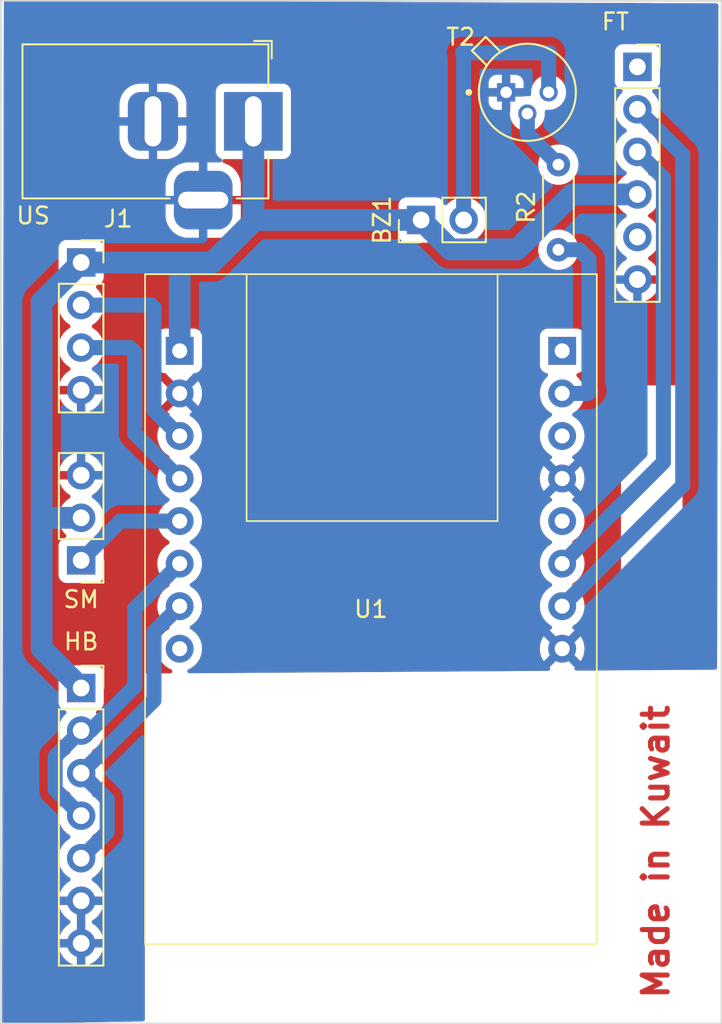
<source format=kicad_pcb>
(kicad_pcb (version 20221018) (generator pcbnew)
  (layers (0 "F.Cu" signal) (31 "B.Cu" signal) (34 "B.Paste" user) (35 "F.Paste" user) (36 "B.SilkS" user "B.Silkscreen") (37 "F.SilkS" user "F.Silkscreen") (38 "B.Mask" user) (39 "F.Mask" user) (44 "Edge.Cuts" user))
  (net 0 "")
  (net 1 "+5V")
  (net 2 "GND")
  (net 3 "Net-(U1-IO16)")
  (net 4 "Net-(U1-IO2)")
  (net 5 "Net-(U1-IO14)")
  (net 6 "Net-(U1-IO15)")
  (net 7 "Net-(U1-IO13)")
  (net 8 "Net-(U1-IO12)")
  (net 13 "Net-(J3-Pin_2)")
  (net 14 "Net-(BZ1-+)")
  (net 15 "Net-(Q1-Pad2)")
  (net 17 "Net-(J3-Pin_3)")
  (footprint "Resistor_THT:R_Axial_DIN0204_L3.6mm_D1.6mm_P5.08mm_Horizontal" (layer "F.Cu") (at 145.3642 55.118 90)
    (fp_text reference "R2" (at 2.54 -1.92 90) (layer "F.SilkS"))
    (fp_text value "1k")
    (fp_line (start 0.62 -0.92) (end 4.46 -0.92) (stroke (width 0.12)) (layer "F.SilkS"))
    (fp_line (start 0.62 0.92) (end 4.46 0.92) (stroke (width 0.12)) (layer "F.SilkS"))
    (pad "1" thru_hole circle (at 0 0 90) (size 1.4 1.4) (drill 0.7) (layers "*.Cu" "*.Mask") (net 3 "Net-(U1-IO16)"))
    (pad "2" thru_hole oval (at 5.08 0 90) (size 1.4 1.4) (drill 0.7) (layers "*.Cu" "*.Mask") (net 15 "Net-(Q1-Pad2)"))
  )
  (footprint "Connector_PinSocket_2.54mm:PinSocket_1x06_P2.54mm_Vertical" (layer "F.Cu") (at 150.0886 44.196)
    (fp_text reference "FT" (at -1.3208 -2.6924) (layer "F.SilkS"))
    (fp_text value "01x06Socket")
    (fp_line (start -1.33 1.27) (end -1.33 14.03) (stroke (width 0.12)) (layer "F.SilkS"))
    (fp_line (start -1.33 1.27) (end 1.33 1.27) (stroke (width 0.12)) (layer "F.SilkS"))
    (fp_line (start -1.33 14.03) (end 1.33 14.03) (stroke (width 0.12)) (layer "F.SilkS"))
    (fp_line (start 0 -1.33) (end 1.33 -1.33) (stroke (width 0.12)) (layer "F.SilkS"))
    (fp_line (start 1.33 -1.33) (end 1.33 0) (stroke (width 0.12)) (layer "F.SilkS"))
    (fp_line (start 1.33 1.27) (end 1.33 14.03) (stroke (width 0.12)) (layer "F.SilkS"))
    (pad "1" thru_hole rect (at 0 0) (size 1.7 1.7) (drill 1) (layers "*.Cu" "*.Mask"))
    (pad "2" thru_hole oval (at 0 2.54) (size 1.7 1.7) (drill 1) (layers "*.Cu" "*.Mask") (net 13 "Net-(J3-Pin_2)"))
    (pad "3" thru_hole oval (at 0 5.08) (size 1.7 1.7) (drill 1) (layers "*.Cu" "*.Mask") (net 17 "Net-(J3-Pin_3)"))
    (pad "4" thru_hole oval (at 0 7.62) (size 1.7 1.7) (drill 1) (layers "*.Cu" "*.Mask") (net 1 "+5V"))
    (pad "5" thru_hole oval (at 0 10.16) (size 1.7 1.7) (drill 1) (layers "*.Cu" "*.Mask"))
    (pad "6" thru_hole oval (at 0 12.7) (size 1.7 1.7) (drill 1) (layers "*.Cu" "*.Mask") (net 2 "GND"))
  )
  (footprint "Connector_BarrelJack:BarrelJack_Horizontal" (layer "F.Cu") (at 127.1326 47.4549)
    (fp_text reference "J1" (at -8.0828 5.8166) (layer "F.SilkS"))
    (fp_text value "Barrel_Jack_Switch")
    (fp_line (start -13.8 -4.6) (end 0.9 -4.6) (stroke (width 0.12)) (layer "F.SilkS"))
    (fp_line (start -13.8 4.6) (end -13.8 -4.6) (stroke (width 0.12)) (layer "F.SilkS"))
    (fp_line (start -5 4.6) (end -13.8 4.6) (stroke (width 0.12)) (layer "F.SilkS"))
    (fp_line (start 0.05 -4.8) (end 1.1 -4.8) (stroke (width 0.12)) (layer "F.SilkS"))
    (fp_line (start 0.9 -4.6) (end 0.9 -2) (stroke (width 0.12)) (layer "F.SilkS"))
    (fp_line (start 0.9 1.9) (end 0.9 4.6) (stroke (width 0.12)) (layer "F.SilkS"))
    (fp_line (start 0.9 4.6) (end -1 4.6) (stroke (width 0.12)) (layer "F.SilkS"))
    (fp_line (start 1.1 -3.75) (end 1.1 -4.8) (stroke (width 0.12)) (layer "F.SilkS"))
    (pad "1" thru_hole rect (at 0 0) (size 3.5 3.5) (drill oval 1 3) (layers "*.Cu" "*.Mask") (net 1 "+5V"))
    (pad "2" thru_hole roundrect (at -6 0) (size 3 3.5) (drill oval 1 3) (layers "*.Cu" "*.Mask") (net 2 "GND"))
    (pad "3" thru_hole roundrect (at -3 4.7) (size 3.5 3.5) (drill oval 3 1) (layers "*.Cu" "*.Mask") (net 2 "GND"))
  )
  (footprint "FOOTPRINTS:TO127P580H530-3" (layer "F.Cu") (at 143.51 45.72)
    (fp_text reference "T2" (at -3.985 -3.305) (layer "F.SilkS"))
    (fp_text value "2N2222")
    (fp_line (start -3.30926 -2.48902) (end -2.48902 -3.30926) (stroke (width 0.127)) (layer "F.SilkS"))
    (fp_line (start -2.48902 -3.30926) (end -1.59905 -2.41929) (stroke (width 0.127)) (layer "F.SilkS"))
    (fp_line (start -2.41929 -1.59905) (end -3.30926 -2.48902) (stroke (width 0.127)) (layer "F.SilkS"))
    (fp_circle (center -3.5 0) (end -3.4 0) (stroke (width 0.2)) (fill none) (layer "F.SilkS"))
    (fp_circle (center 0 0) (end 2.9 0) (stroke (width 0.127)) (fill none) (layer "F.SilkS"))
    (pad "1" thru_hole rect (at -1.27 0) (size 1.09 1.09) (drill 0.69) (layers "*.Cu" "*.Mask") (net 2 "GND"))
    (pad "2" thru_hole circle (at 0 1.27) (size 1.09 1.09) (drill 0.69) (layers "*.Cu" "*.Mask") (net 15 "Net-(Q1-Pad2)"))
    (pad "3" thru_hole circle (at 1.27 0 357) (size 1.09 1.09) (drill 0.69) (layers "*.Cu" "*.Mask") (net 14 "Net-(BZ1-+)"))
  )
  (footprint "Connector_PinHeader_2.54mm:PinHeader_1x02_P2.54mm_Vertical" (layer "F.Cu") (at 137.16 53.34 90)
    (fp_text reference "BZ1" (at 0 -2.33 90) (layer "F.SilkS"))
    (fp_text value "Buzzer")
    (fp_line (start -1.33 -1.33) (end 0 -1.33) (stroke (width 0.12)) (layer "F.SilkS"))
    (fp_line (start -1.33 0) (end -1.33 -1.33) (stroke (width 0.12)) (layer "F.SilkS"))
    (fp_line (start -1.33 1.27) (end -1.33 3.87) (stroke (width 0.12)) (layer "F.SilkS"))
    (fp_line (start -1.33 1.27) (end 1.33 1.27) (stroke (width 0.12)) (layer "F.SilkS"))
    (fp_line (start -1.33 3.87) (end 1.33 3.87) (stroke (width 0.12)) (layer "F.SilkS"))
    (fp_line (start 1.33 1.27) (end 1.33 3.87) (stroke (width 0.12)) (layer "F.SilkS"))
    (pad "1" thru_hole rect (at 0 0 90) (size 1.7 1.7) (drill 1) (layers "*.Cu" "*.Mask") (net 1 "+5V"))
    (pad "2" thru_hole oval (at 0 2.54 90) (size 1.7 1.7) (drill 1) (layers "*.Cu" "*.Mask") (net 14 "Net-(BZ1-+)"))
  )
  (footprint "FOOTPRINTS:ESP32-CAM" (layer "F.Cu") (at 122.73 78.935)
    (fp_text reference "U1" (at 11.43 -2.36) (layer "F.SilkS"))
    (fp_text value "ESP32-CAM")
    (fp_line (start -2.07 -22.36) (end -2.07 17.64) (stroke (width 0.1)) (layer "F.SilkS"))
    (fp_line (start -2.07 17.64) (end 24.93 17.64) (stroke (width 0.1)) (layer "F.SilkS"))
    (fp_line (start 4 -22.36) (end 4 -7.62) (stroke (width 0.1)) (layer "F.SilkS"))
    (fp_line (start 4 -7.62) (end 19 -7.62) (stroke (width 0.1)) (layer "F.SilkS"))
    (fp_line (start 19 -22.36) (end 19 -7.62) (stroke (width 0.1)) (layer "F.SilkS"))
    (fp_line (start 24.93 -22.36) (end -2.07 -22.36) (stroke (width 0.1)) (layer "F.SilkS"))
    (fp_line (start 24.93 17.64) (end 24.93 -22.36) (stroke (width 0.1)) (layer "F.SilkS"))
    (pad "1" thru_hole circle (at 0 0) (size 1.665 1.665) (drill 0.9) (layers "*.Cu" "*.Mask"))
    (pad "2" thru_hole circle (at 0 -2.54) (size 1.665 1.665) (drill 0.9) (layers "*.Cu" "*.Mask") (net 4 "Net-(U1-IO2)"))
    (pad "3" thru_hole circle (at 0 -5.08) (size 1.665 1.665) (drill 0.9) (layers "*.Cu" "*.Mask") (net 5 "Net-(U1-IO14)"))
    (pad "4" thru_hole circle (at 0 -7.62) (size 1.665 1.665) (drill 0.9) (layers "*.Cu" "*.Mask") (net 6 "Net-(U1-IO15)"))
    (pad "5" thru_hole circle (at 0 -10.16) (size 1.665 1.665) (drill 0.9) (layers "*.Cu" "*.Mask") (net 7 "Net-(U1-IO13)"))
    (pad "6" thru_hole circle (at 0 -12.7) (size 1.665 1.665) (drill 0.9) (layers "*.Cu" "*.Mask") (net 8 "Net-(U1-IO12)"))
    (pad "7" thru_hole circle (at 0 -15.24) (size 1.665 1.665) (drill 0.9) (layers "*.Cu" "*.Mask") (net 2 "GND"))
    (pad "8" thru_hole rect (at 0 -17.78) (size 1.665 1.665) (drill 0.9) (layers "*.Cu" "*.Mask") (net 1 "+5V"))
    (pad "9" thru_hole rect (at 22.86 -17.78) (size 1.665 1.665) (drill 0.9) (layers "*.Cu" "*.Mask"))
    (pad "10" thru_hole circle (at 22.86 -15.24) (size 1.665 1.665) (drill 0.9) (layers "*.Cu" "*.Mask") (net 3 "Net-(U1-IO16)"))
    (pad "11" thru_hole circle (at 22.86 -12.7) (size 1.665 1.665) (drill 0.9) (layers "*.Cu" "*.Mask"))
    (pad "12" thru_hole circle (at 22.86 -10.16) (size 1.665 1.665) (drill 0.9) (layers "*.Cu" "*.Mask") (net 2 "GND"))
    (pad "13" thru_hole circle (at 22.86 -7.62) (size 1.665 1.665) (drill 0.9) (layers "*.Cu" "*.Mask"))
    (pad "14" thru_hole circle (at 22.86 -5.08) (size 1.665 1.665) (drill 0.9) (layers "*.Cu" "*.Mask") (net 17 "Net-(J3-Pin_3)"))
    (pad "15" thru_hole circle (at 22.86 -2.54) (size 1.665 1.665) (drill 0.9) (layers "*.Cu" "*.Mask") (net 13 "Net-(J3-Pin_2)"))
    (pad "16" thru_hole circle (at 22.86 0) (size 1.665 1.665) (drill 0.9) (layers "*.Cu" "*.Mask") (net 2 "GND"))
  )
  (footprint "Connector_PinHeader_2.54mm:PinHeader_1x03_P2.54mm_Vertical" (layer "F.Cu") (at 116.84 73.66 180)
    (fp_text reference "SM" (at 0 -2.33) (layer "F.SilkS"))
    (fp_text value "servo" hide)
    (fp_line (start -1.33 -1.33) (end 0 -1.33) (stroke (width 0.12)) (layer "F.SilkS"))
    (fp_line (start -1.33 0) (end -1.33 -1.33) (stroke (width 0.12)) (layer "F.SilkS"))
    (fp_line (start -1.33 1.27) (end -1.33 6.41) (stroke (width 0.12)) (layer "F.SilkS"))
    (fp_line (start -1.33 1.27) (end 1.33 1.27) (stroke (width 0.12)) (layer "F.SilkS"))
    (fp_line (start -1.33 6.41) (end 1.33 6.41) (stroke (width 0.12)) (layer "F.SilkS"))
    (fp_line (start 1.33 1.27) (end 1.33 6.41) (stroke (width 0.12)) (layer "F.SilkS"))
    (pad "1" thru_hole rect (at 0 0 180) (size 1.7 1.7) (drill 1) (layers "*.Cu" "*.Mask") (net 6 "Net-(U1-IO15)"))
    (pad "2" thru_hole oval (at 0 2.54 180) (size 1.7 1.7) (drill 1) (layers "*.Cu" "*.Mask") (net 1 "+5V"))
    (pad "3" thru_hole oval (at 0 5.08 180) (size 1.7 1.7) (drill 1) (layers "*.Cu" "*.Mask") (net 2 "GND"))
  )
  (footprint "Connector_PinSocket_2.54mm:PinSocket_1x07_P2.54mm_Vertical" (layer "F.Cu") (at 116.84 81.28)
    (fp_text reference "HB" (at 0 -2.77) (layer "F.SilkS"))
    (fp_text value "~")
    (fp_line (start -1.33 1.27) (end -1.33 16.57) (stroke (width 0.12)) (layer "F.SilkS"))
    (fp_line (start -1.33 1.27) (end 1.33 1.27) (stroke (width 0.12)) (layer "F.SilkS"))
    (fp_line (start -1.33 16.57) (end 1.33 16.57) (stroke (width 0.12)) (layer "F.SilkS"))
    (fp_line (start 0 -1.33) (end 1.33 -1.33) (stroke (width 0.12)) (layer "F.SilkS"))
    (fp_line (start 1.33 -1.33) (end 1.33 0) (stroke (width 0.12)) (layer "F.SilkS"))
    (fp_line (start 1.33 1.27) (end 1.33 16.57) (stroke (width 0.12)) (layer "F.SilkS"))
    (pad "1" thru_hole rect (at 0 0) (size 1.7 1.7) (drill 1) (layers "*.Cu" "*.Mask") (net 1 "+5V"))
    (pad "2" thru_hole oval (at 0 2.54) (size 1.7 1.7) (drill 1) (layers "*.Cu" "*.Mask") (net 5 "Net-(U1-IO14)"))
    (pad "3" thru_hole oval (at 0 5.08) (size 1.7 1.7) (drill 1) (layers "*.Cu" "*.Mask") (net 4 "Net-(U1-IO2)"))
    (pad "4" thru_hole oval (at 0 7.62) (size 1.7 1.7) (drill 1) (layers "*.Cu" "*.Mask") (net 5 "Net-(U1-IO14)"))
    (pad "5" thru_hole oval (at 0 10.16) (size 1.7 1.7) (drill 1) (layers "*.Cu" "*.Mask") (net 4 "Net-(U1-IO2)"))
    (pad "6" thru_hole oval (at 0 12.7) (size 1.7 1.7) (drill 1) (layers "*.Cu" "*.Mask") (net 2 "GND"))
    (pad "7" thru_hole oval (at 0 15.24) (size 1.7 1.7) (drill 1) (layers "*.Cu" "*.Mask") (net 2 "GND"))
  )
  (footprint "Connector_PinSocket_2.54mm:PinSocket_1x04_P2.54mm_Vertical" (layer "F.Cu") (at 116.84 55.88)
    (fp_text reference "US" (at -2.8702 -2.794) (layer "F.SilkS"))
    (fp_text value "HC-SR04" hide)
    (fp_line (start -1.33 1.27) (end -1.33 8.95) (stroke (width 0.12)) (layer "F.SilkS"))
    (fp_line (start -1.33 1.27) (end 1.33 1.27) (stroke (width 0.12)) (layer "F.SilkS"))
    (fp_line (start -1.33 8.95) (end 1.33 8.95) (stroke (width 0.12)) (layer "F.SilkS"))
    (fp_line (start 0 -1.33) (end 1.33 -1.33) (stroke (width 0.12)) (layer "F.SilkS"))
    (fp_line (start 1.33 -1.33) (end 1.33 0) (stroke (width 0.12)) (layer "F.SilkS"))
    (fp_line (start 1.33 1.27) (end 1.33 8.95) (stroke (width 0.12)) (layer "F.SilkS"))
    (pad "1" thru_hole rect (at 0 0) (size 1.7 1.7) (drill 1) (layers "*.Cu" "*.Mask") (net 1 "+5V"))
    (pad "2" thru_hole oval (at 0 2.54) (size 1.7 1.7) (drill 1) (layers "*.Cu" "*.Mask") (net 8 "Net-(U1-IO12)"))
    (pad "3" thru_hole oval (at 0 5.08) (size 1.7 1.7) (drill 1) (layers "*.Cu" "*.Mask") (net 7 "Net-(U1-IO13)"))
    (pad "4" thru_hole oval (at 0 7.62) (size 1.7 1.7) (drill 1) (layers "*.Cu" "*.Mask") (net 2 "GND"))
  )
  (gr_rect (start 112.0394 40.259) (end 155.1162 101.3046) (stroke (width 0.1)) (fill none) (layer "Edge.Cuts"))
  (gr_text "Made in Kuwait  SDV		\n" (at 152.0698 63.9318 90) (layer "F.Cu") (effects (font (size 1.5 1.5) (thickness 0.3) bold) (justify right bottom)))
  (segment (start 127.213386 53.34) (end 137.16 53.34) (width 1.3) (layer "B.Cu") (net 1))
  (segment (start 124.673386 55.88) (end 127.213386 53.34) (width 1.3) (layer "B.Cu") (net 1))
  (segment (start 146.177 51.816) (end 142.899 55.094) (width 1.3) (layer "B.Cu") (net 1))
  (segment (start 138.914 55.094) (end 137.16 53.34) (width 1.3) (layer "B.Cu") (net 1))
  (segment (start 122.73 56.1622) (end 123.0122 55.88) (width 1.3) (layer "B.Cu") (net 1))
  (segment (start 122.73 61.155) (end 122.73 56.1622) (width 1.3) (layer "B.Cu") (net 1))
  (segment (start 114.4778 71.0184) (end 114.4778 78.9178) (width 1.3) (layer "B.Cu") (net 1))
  (segment (start 114.5794 71.12) (end 114.4778 71.0184) (width 1.3) (layer "B.Cu") (net 1))
  (segment (start 150.0886 51.816) (end 146.177 51.816) (width 1.3) (layer "B.Cu") (net 1))
  (segment (start 114.4778 58.2422) (end 114.4778 71.0184) (width 1.3) (layer "B.Cu") (net 1))
  (segment (start 116.84 71.12) (end 114.5794 71.12) (width 1.3) (layer "B.Cu") (net 1))
  (segment (start 116.84 55.88) (end 114.4778 58.2422) (width 1.3) (layer "B.Cu") (net 1))
  (segment (start 123.0122 55.88) (end 124.673386 55.88) (width 1.3) (layer "B.Cu") (net 1))
  (segment (start 114.4778 78.9178) (end 116.84 81.28) (width 1.3) (layer "B.Cu") (net 1))
  (segment (start 127.213386 53.34) (end 127.1326 53.259214) (width 1.3) (layer "B.Cu") (net 1))
  (segment (start 142.899 55.094) (end 138.914 55.094) (width 1.3) (layer "B.Cu") (net 1))
  (segment (start 116.84 55.88) (end 123.0122 55.88) (width 1.3) (layer "B.Cu") (net 1))
  (segment (start 127.1326 53.259214) (end 127.1326 47.4549) (width 1.3) (layer "B.Cu") (net 1))
  (segment (start 147.193 63.4238) (end 147.2946 63.5254) (width 0.9) (layer "B.Cu") (net 3))
  (segment (start 147.125 63.695) (end 145.59 63.695) (width 0.9) (layer "B.Cu") (net 3))
  (segment (start 146.6088 55.118) (end 147.193 55.7022) (width 0.9) (layer "B.Cu") (net 3))
  (segment (start 145.3642 55.118) (end 146.6088 55.118) (width 0.9) (layer "B.Cu") (net 3))
  (segment (start 147.193 55.7022) (end 147.193 63.4238) (width 0.9) (layer "B.Cu") (net 3))
  (segment (start 147.2946 63.5254) (end 147.125 63.695) (width 0.9) (layer "B.Cu") (net 3))
  (segment (start 116.84 86.36) (end 121.1935 82.0065) (width 0.9) (layer "B.Cu") (net 4))
  (segment (start 118.394 87.914) (end 116.84 86.36) (width 0.9) (layer "B.Cu") (net 4))
  (segment (start 121.1935 82.0065) (end 121.1935 77.9315) (width 0.9) (layer "B.Cu") (net 4))
  (segment (start 116.84 91.44) (end 118.394 89.886) (width 0.9) (layer "B.Cu") (net 4))
  (segment (start 121.1935 77.9315) (end 122.73 76.395) (width 0.9) (layer "B.Cu") (net 4))
  (segment (start 118.394 89.886) (end 118.394 87.914) (width 0.9) (layer "B.Cu") (net 4))
  (segment (start 120.0395 81.1885) (end 120.0395 76.5455) (width 0.9) (layer "B.Cu") (net 5))
  (segment (start 117.408 83.82) (end 120.0395 81.1885) (width 0.9) (layer "B.Cu") (net 5))
  (segment (start 115.286 87.346) (end 115.286 85.374) (width 0.9) (layer "B.Cu") (net 5))
  (segment (start 120.0395 76.5455) (end 122.73 73.855) (width 0.9) (layer "B.Cu") (net 5))
  (segment (start 116.84 83.82) (end 117.408 83.82) (width 0.9) (layer "B.Cu") (net 5))
  (segment (start 115.286 85.374) (end 116.84 83.82) (width 0.9) (layer "B.Cu") (net 5))
  (segment (start 116.84 88.9) (end 115.286 87.346) (width 0.9) (layer "B.Cu") (net 5))
  (segment (start 119.185 71.315) (end 116.84 73.66) (width 0.9) (layer "B.Cu") (net 6))
  (segment (start 119.185 71.315) (end 122.73 71.315) (width 0.9) (layer "B.Cu") (net 6))
  (segment (start 120.0395 61.2394) (end 120.039501 66.084501) (width 0.9) (layer "B.Cu") (net 7))
  (segment (start 116.84 60.96) (end 119.7601 60.96) (width 0.9) (layer "B.Cu") (net 7))
  (segment (start 120.039501 66.084501) (end 122.73 68.775) (width 0.9) (layer "B.Cu") (net 7))
  (segment (start 119.7601 60.96) (end 120.0395 61.2394) (width 0.9) (layer "B.Cu") (net 7))
  (segment (start 116.84 58.42) (end 121.0258 58.42) (width 0.9) (layer "B.Cu") (net 8))
  (segment (start 121.1935 58.5877) (end 121.1935 64.6985) (width 0.9) (layer "B.Cu") (net 8))
  (segment (start 121.1935 64.6985) (end 122.73 66.235) (width 0.9) (layer "B.Cu") (net 8))
  (segment (start 121.0258 58.42) (end 121.1935 58.5877) (width 0.9) (layer "B.Cu") (net 8))
  (segment (start 152.7966 69.1884) (end 145.59 76.395) (width 0.9) (layer "B.Cu") (net 13))
  (segment (start 152.7966 49.444) (end 152.7966 69.1884) (width 0.9) (layer "B.Cu") (net 13))
  (segment (start 150.0886 46.736) (end 152.7966 49.444) (width 0.9) (layer "B.Cu") (net 13))
  (segment (start 144.78 45.72) (end 144.78 43.4086) (width 0.9) (layer "B.Cu") (net 14))
  (segment (start 139.7 43.4086) (end 139.7 53.34) (width 0.9) (layer "B.Cu") (net 14))
  (segment (start 139.6492 43.3578) (end 139.7 43.4086) (width 0.9) (layer "B.Cu") (net 14))
  (segment (start 144.8308 43.3578) (end 139.6492 43.3578) (width 0.9) (layer "B.Cu") (net 14))
  (segment (start 144.78 43.4086) (end 144.8308 43.3578) (width 0.9) (layer "B.Cu") (net 14))
  (segment (start 143.51 48.1838) (end 145.3642 50.038) (width 0.9) (layer "B.Cu") (net 15))
  (segment (start 143.51 46.99) (end 143.51 48.1838) (width 0.9) (layer "B.Cu") (net 15))
  (segment (start 151.6426 50.83) (end 150.0886 49.276) (width 0.9) (layer "B.Cu") (net 17))
  (segment (start 145.59 73.855) (end 151.6426 67.8024) (width 0.9) (layer "B.Cu") (net 17))
  (segment (start 151.6426 67.8024) (end 151.6426 50.83) (width 0.9) (layer "B.Cu") (net 17))
  (zone (net 2) (net_name "GND") (layers "F&B.Cu") (connect_pads (clearance 0.5)) (min_thickness 0.25) (fill yes (thermal_gap 0.5) (thermal_bridge_width 0.5))
    (polygon (pts (xy 112.2204 40.2352) (xy 154.9256 40.4098) (xy 154.8494 80.1862) (xy 120.6246 80.4164) (xy 120.6484 101.1808) (xy 112.1172 101.3094)))
  )
)
</source>
